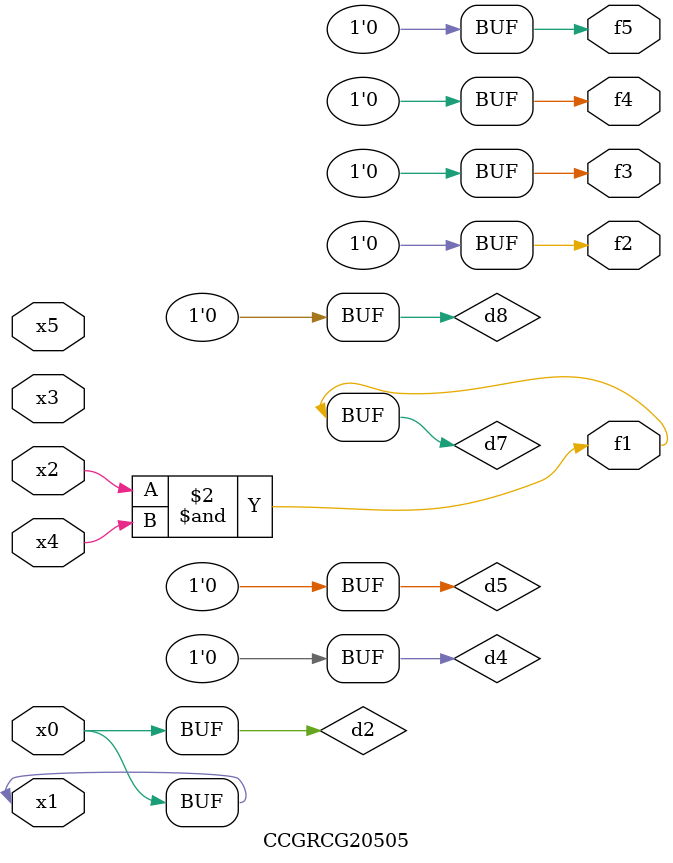
<source format=v>
module CCGRCG20505(
	input x0, x1, x2, x3, x4, x5,
	output f1, f2, f3, f4, f5
);

	wire d1, d2, d3, d4, d5, d6, d7, d8, d9;

	nand (d1, x1);
	buf (d2, x0, x1);
	nand (d3, x2, x4);
	and (d4, d1, d2);
	and (d5, d1, d2);
	nand (d6, d1, d3);
	not (d7, d3);
	xor (d8, d5);
	nor (d9, d5, d6);
	assign f1 = d7;
	assign f2 = d8;
	assign f3 = d8;
	assign f4 = d8;
	assign f5 = d8;
endmodule

</source>
